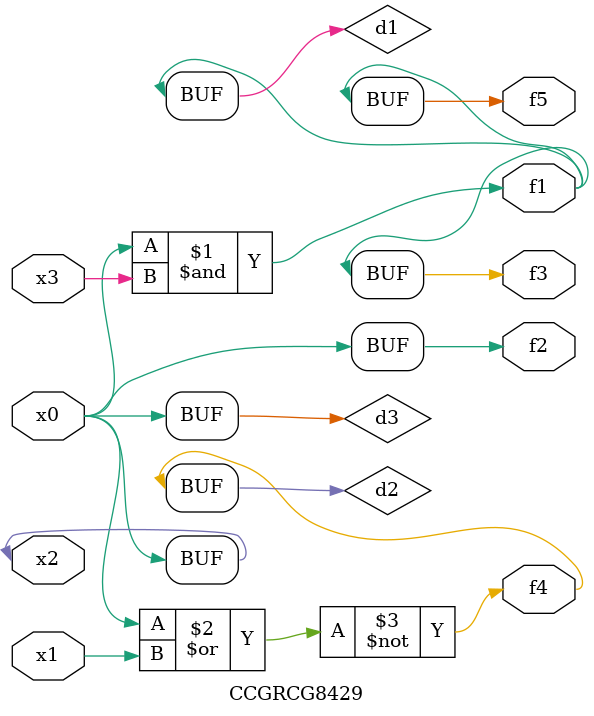
<source format=v>
module CCGRCG8429(
	input x0, x1, x2, x3,
	output f1, f2, f3, f4, f5
);

	wire d1, d2, d3;

	and (d1, x2, x3);
	nor (d2, x0, x1);
	buf (d3, x0, x2);
	assign f1 = d1;
	assign f2 = d3;
	assign f3 = d1;
	assign f4 = d2;
	assign f5 = d1;
endmodule

</source>
